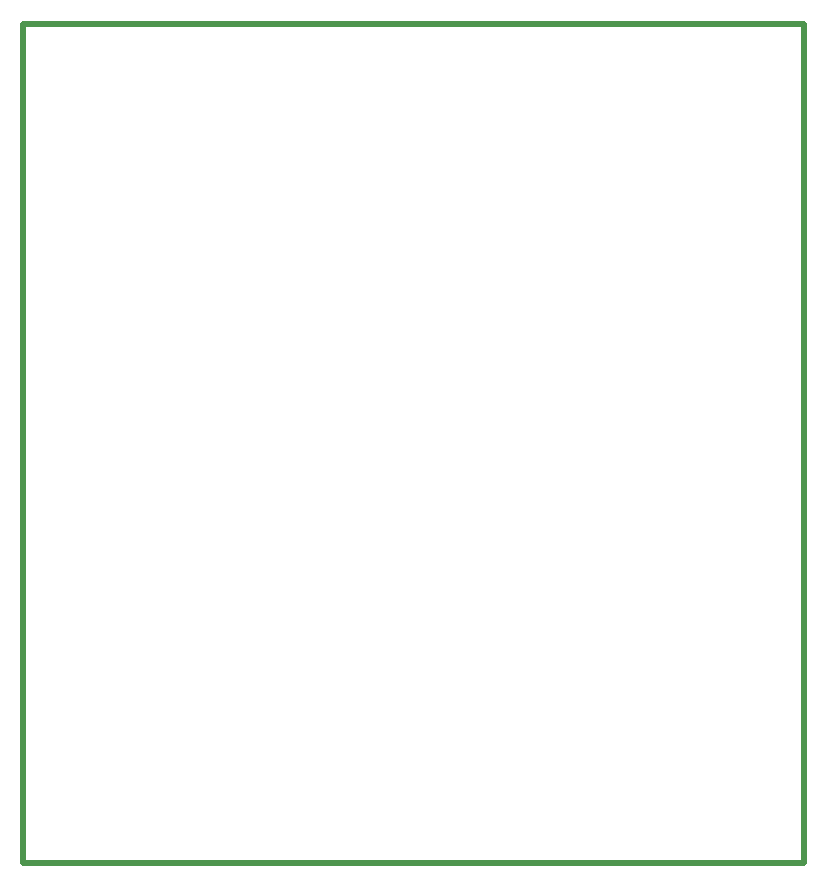
<source format=gm1>
G04 #@! TF.GenerationSoftware,KiCad,Pcbnew,7.0.2*
G04 #@! TF.CreationDate,2023-11-03T22:13:06+01:00*
G04 #@! TF.ProjectId,stm_audio_board_V2,73746d5f-6175-4646-996f-5f626f617264,rev?*
G04 #@! TF.SameCoordinates,Original*
G04 #@! TF.FileFunction,Profile,NP*
%FSLAX46Y46*%
G04 Gerber Fmt 4.6, Leading zero omitted, Abs format (unit mm)*
G04 Created by KiCad (PCBNEW 7.0.2) date 2023-11-03 22:13:06*
%MOMM*%
%LPD*%
G01*
G04 APERTURE LIST*
G04 #@! TA.AperFunction,Profile*
%ADD10C,0.500000*%
G04 #@! TD*
G04 APERTURE END LIST*
D10*
X182981600Y-45923200D02*
X249123200Y-45923200D01*
X249123200Y-116941600D01*
X182981600Y-116941600D01*
X182981600Y-45923200D01*
M02*

</source>
